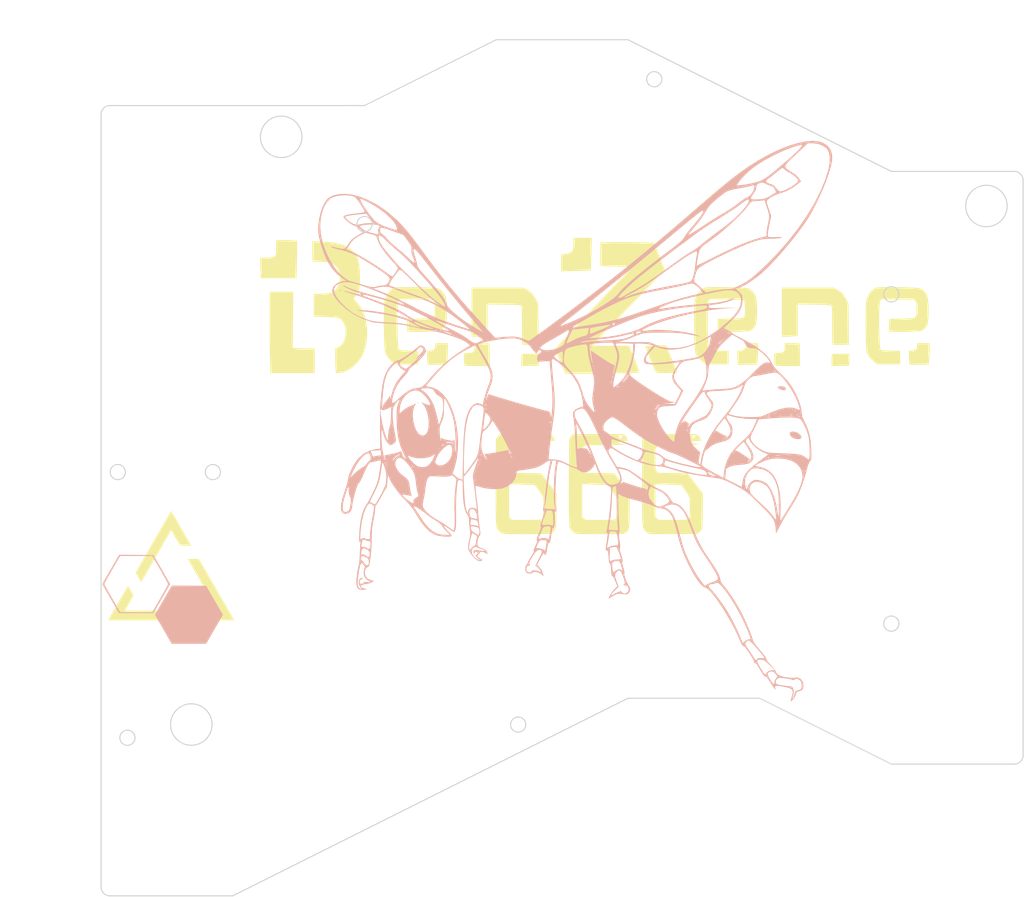
<source format=kicad_pcb>
(kicad_pcb (version 20171130) (host pcbnew 5.0.2-bee76a0~70~ubuntu18.04.1)
  (layers (0 F.Cu signal) (31 B.Cu signal) (34 B.Paste user hide) (35 F.Paste user hide) (36 B.SilkS user) (37 F.SilkS user) (38 B.Mask user) (39 F.Mask user) (44 Edge.Cuts user))
  (net 0 "")
  (module benzene:hxafillsilk (layer B.Cu) (at 88.9 102.22992)
    (fp_text reference G*** hide)
    (fp_text value LOGO hide)
  )
  (module benzene:hxafillmask (layer B.Cu) (at 88.9 93.33992)
    (fp_text reference G*** hide)
    (fp_text value LOGO hide)
  )
  (module benzene:hxaoutline (layer B.Cu) (at 81.28 97.78492)
    (fp_text reference G*** hide)
    (fp_text value LOGO hide)
  )
  (module benzene:hxa_msk (layer F.Cu) (at 86.36 97.78492 180)
    (fp_text reference G1 hide)
    (fp_text value LOGO hide)
  )
  (module benzene:hxa_slk (layer F.Cu) (at 86.36 97.78492)
    (fp_text reference G2 hide)
    (fp_text value LOGO hide)
  )
  (module benzene:benzene (layer F.Cu) (at 147.32 69.20992)
    (fp_text reference G*** hide)
    (fp_text value LOGO hide)
  )
  (module benzene:bee2 (layer B.Cu) (at 144.78 74.28992 180)
    (fp_text reference G*** hide)
    (fp_text value LOGO hide)
  )
  (gr_circle (center 204.25 43.1) (end 207.25 43.1) (layer Edge.Cuts) (width 0.15))
  (gr_circle (center 102.25 33.1) (end 105.25 33.1) (layer Edge.Cuts) (width 0.15))
  (gr_circle (center 190.5 103.505) (end 191.6 103.505) (layer Edge.Cuts) (width 0.15))
  (gr_circle (center 190.5 55.88) (end 191.6 55.88) (layer Edge.Cuts) (width 0.15))
  (gr_circle (center 156.21 24.765) (end 157.31 24.765) (layer Edge.Cuts) (width 0.15))
  (gr_circle (center 114.3 45.72) (end 115.4 45.72) (layer Edge.Cuts) (width 0.15))
  (gr_circle (center 92.365 81.585) (end 93.465 81.585) (layer Edge.Cuts) (width 0.15))
  (gr_circle (center 78.615 81.585) (end 79.715 81.585) (layer Edge.Cuts) (width 0.15))
  (gr_circle (center 136.525 118.11) (end 137.625 118.11) (layer Edge.Cuts) (width 0.15))
  (gr_circle (center 89.25 118.1) (end 92.25 118.1) (layer Edge.Cuts) (width 0.15))
  (gr_circle (center 80.01 120.015) (end 81.11 120.015) (layer Edge.Cuts) (width 0.15))
  (gr_line (start 152.4 114.3) (end 95.25 142.875) (layer Edge.Cuts) (width 0.15))
  (gr_arc (start 208.28 39.37) (end 209.55 39.37) (angle -90) (layer Edge.Cuts) (width 0.15))
  (gr_arc (start 208.28 122.555) (end 208.28 123.825) (angle -90) (layer Edge.Cuts) (width 0.15))
  (gr_arc (start 77.47 141.605) (end 76.2 141.605) (angle -90) (layer Edge.Cuts) (width 0.15))
  (gr_arc (start 77.47 29.845) (end 77.47 28.575) (angle -90) (layer Edge.Cuts) (width 0.15))
  (gr_line (start 208.28 38.1) (end 190.5 38.1) (layer Edge.Cuts) (width 0.15))
  (gr_line (start 171.45 114.3) (end 152.4 114.3) (layer Edge.Cuts) (width 0.15))
  (gr_line (start 190.5 123.825) (end 171.45 114.3) (layer Edge.Cuts) (width 0.15))
  (gr_line (start 152.4 19.05) (end 190.5 38.1) (layer Edge.Cuts) (width 0.15))
  (gr_line (start 133.35 19.05) (end 114.3 28.575) (layer Edge.Cuts) (width 0.15))
  (gr_line (start 76.2 141.605) (end 76.2 29.83992) (layer Edge.Cuts) (width 0.15))
  (gr_line (start 95.25 142.875) (end 77.47 142.875) (layer Edge.Cuts) (width 0.15))
  (gr_line (start 208.28 123.825) (end 190.5 123.825) (layer Edge.Cuts) (width 0.15))
  (gr_line (start 209.55 39.37) (end 209.55 122.555) (layer Edge.Cuts) (width 0.15))
  (gr_line (start 133.35 19.05) (end 152.4 19.05) (layer Edge.Cuts) (width 0.15))
  (gr_line (start 77.47 28.56992) (end 114.3 28.575) (layer Edge.Cuts) (width 0.15))
)
</source>
